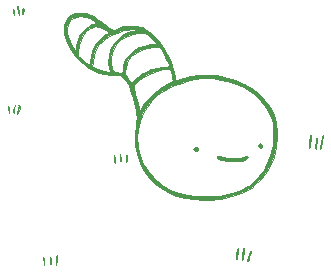
<source format=gbo>
%TF.GenerationSoftware,KiCad,Pcbnew,5.99.0-unknown-3f6811f413~130~ubuntu20.10.1*%
%TF.CreationDate,2021-09-06T21:05:41-07:00*%
%TF.ProjectId,usb_pd,7573625f-7064-42e6-9b69-6361645f7063,rev?*%
%TF.SameCoordinates,Original*%
%TF.FileFunction,Legend,Bot*%
%TF.FilePolarity,Positive*%
%FSLAX46Y46*%
G04 Gerber Fmt 4.6, Leading zero omitted, Abs format (unit mm)*
G04 Created by KiCad (PCBNEW 5.99.0-unknown-3f6811f413~130~ubuntu20.10.1) date 2021-09-06 21:05:41*
%MOMM*%
%LPD*%
G01*
G04 APERTURE LIST*
%ADD10C,0.010000*%
G04 APERTURE END LIST*
D10*
%TO.C,G\u002A\u002A\u002A*%
X97441449Y-128735180D02*
X97390994Y-128840156D01*
X97390994Y-128840156D02*
X97325274Y-129026180D01*
X97325274Y-129026180D02*
X97297498Y-129116178D01*
X97297498Y-129116178D02*
X97223317Y-129385897D01*
X97223317Y-129385897D02*
X97186973Y-129560868D01*
X97186973Y-129560868D02*
X97186167Y-129634941D01*
X97186167Y-129634941D02*
X97218601Y-129601969D01*
X97218601Y-129601969D02*
X97281979Y-129455801D01*
X97281979Y-129455801D02*
X97351202Y-129259899D01*
X97351202Y-129259899D02*
X97418338Y-129033296D01*
X97418338Y-129033296D02*
X97460081Y-128842781D01*
X97460081Y-128842781D02*
X97467475Y-128731967D01*
X97467475Y-128731967D02*
X97441449Y-128735180D01*
X97441449Y-128735180D02*
X97441449Y-128735180D01*
G36*
X97460081Y-128842781D02*
G01*
X97418338Y-129033296D01*
X97351202Y-129259899D01*
X97281979Y-129455801D01*
X97218601Y-129601969D01*
X97186167Y-129634941D01*
X97186973Y-129560868D01*
X97223317Y-129385897D01*
X97297498Y-129116178D01*
X97325274Y-129026180D01*
X97390994Y-128840156D01*
X97441449Y-128735180D01*
X97467475Y-128731967D01*
X97460081Y-128842781D01*
G37*
X97460081Y-128842781D02*
X97418338Y-129033296D01*
X97351202Y-129259899D01*
X97281979Y-129455801D01*
X97218601Y-129601969D01*
X97186167Y-129634941D01*
X97186973Y-129560868D01*
X97223317Y-129385897D01*
X97297498Y-129116178D01*
X97325274Y-129026180D01*
X97390994Y-128840156D01*
X97441449Y-128735180D01*
X97467475Y-128731967D01*
X97460081Y-128842781D01*
X78170029Y-108221844D02*
X78129266Y-108363806D01*
X78129266Y-108363806D02*
X78124335Y-108539344D01*
X78124335Y-108539344D02*
X78143238Y-108664180D01*
X78143238Y-108664180D02*
X78169462Y-108672944D01*
X78169462Y-108672944D02*
X78191756Y-108628032D01*
X78191756Y-108628032D02*
X78225671Y-108480794D01*
X78225671Y-108480794D02*
X78237451Y-108310532D01*
X78237451Y-108310532D02*
X78230128Y-108184298D01*
X78230128Y-108184298D02*
X78204688Y-108170893D01*
X78204688Y-108170893D02*
X78170029Y-108221844D01*
X78170029Y-108221844D02*
X78170029Y-108221844D01*
G36*
X78230128Y-108184298D02*
G01*
X78237451Y-108310532D01*
X78225671Y-108480794D01*
X78191756Y-108628032D01*
X78169462Y-108672944D01*
X78143238Y-108664180D01*
X78124335Y-108539344D01*
X78129266Y-108363806D01*
X78170029Y-108221844D01*
X78204688Y-108170893D01*
X78230128Y-108184298D01*
G37*
X78230128Y-108184298D02*
X78237451Y-108310532D01*
X78225671Y-108480794D01*
X78191756Y-108628032D01*
X78169462Y-108672944D01*
X78143238Y-108664180D01*
X78124335Y-108539344D01*
X78129266Y-108363806D01*
X78170029Y-108221844D01*
X78204688Y-108170893D01*
X78230128Y-108184298D01*
X103557355Y-118930420D02*
X103518802Y-119051535D01*
X103518802Y-119051535D02*
X103473290Y-119239849D01*
X103473290Y-119239849D02*
X103426605Y-119466142D01*
X103426605Y-119466142D02*
X103384537Y-119701193D01*
X103384537Y-119701193D02*
X103352871Y-119915781D01*
X103352871Y-119915781D02*
X103337395Y-120080687D01*
X103337395Y-120080687D02*
X103338176Y-120142601D01*
X103338176Y-120142601D02*
X103355763Y-120150380D01*
X103355763Y-120150380D02*
X103390646Y-120051239D01*
X103390646Y-120051239D02*
X103437589Y-119863238D01*
X103437589Y-119863238D02*
X103485503Y-119634601D01*
X103485503Y-119634601D02*
X103536100Y-119355477D01*
X103536100Y-119355477D02*
X103571122Y-119121375D01*
X103571122Y-119121375D02*
X103586733Y-118960940D01*
X103586733Y-118960940D02*
X103583160Y-118905725D01*
X103583160Y-118905725D02*
X103557355Y-118930420D01*
X103557355Y-118930420D02*
X103557355Y-118930420D01*
G36*
X103586733Y-118960940D02*
G01*
X103571122Y-119121375D01*
X103536100Y-119355477D01*
X103485503Y-119634601D01*
X103437589Y-119863238D01*
X103390646Y-120051239D01*
X103355763Y-120150380D01*
X103338176Y-120142601D01*
X103337395Y-120080687D01*
X103352871Y-119915781D01*
X103384537Y-119701193D01*
X103426605Y-119466142D01*
X103473290Y-119239849D01*
X103518802Y-119051535D01*
X103557355Y-118930420D01*
X103583160Y-118905725D01*
X103586733Y-118960940D01*
G37*
X103586733Y-118960940D02*
X103571122Y-119121375D01*
X103536100Y-119355477D01*
X103485503Y-119634601D01*
X103437589Y-119863238D01*
X103390646Y-120051239D01*
X103355763Y-120150380D01*
X103338176Y-120142601D01*
X103337395Y-120080687D01*
X103352871Y-119915781D01*
X103384537Y-119701193D01*
X103426605Y-119466142D01*
X103473290Y-119239849D01*
X103518802Y-119051535D01*
X103557355Y-118930420D01*
X103583160Y-118905725D01*
X103586733Y-118960940D01*
X85871066Y-120701307D02*
X85871358Y-120777601D01*
X85871358Y-120777601D02*
X85889942Y-120960200D01*
X85889942Y-120960200D02*
X85922881Y-121126851D01*
X85922881Y-121126851D02*
X85971356Y-121317351D01*
X85971356Y-121317351D02*
X85974405Y-121095101D01*
X85974405Y-121095101D02*
X85960995Y-120904020D01*
X85960995Y-120904020D02*
X85924386Y-120749437D01*
X85924386Y-120749437D02*
X85922881Y-120745851D01*
X85922881Y-120745851D02*
X85883336Y-120666485D01*
X85883336Y-120666485D02*
X85871066Y-120701307D01*
X85871066Y-120701307D02*
X85871066Y-120701307D01*
G36*
X85922881Y-120745851D02*
G01*
X85924386Y-120749437D01*
X85960995Y-120904020D01*
X85974405Y-121095101D01*
X85971356Y-121317351D01*
X85922881Y-121126851D01*
X85889942Y-120960200D01*
X85871358Y-120777601D01*
X85871066Y-120701307D01*
X85883336Y-120666485D01*
X85922881Y-120745851D01*
G37*
X85922881Y-120745851D02*
X85924386Y-120749437D01*
X85960995Y-120904020D01*
X85974405Y-121095101D01*
X85971356Y-121317351D01*
X85922881Y-121126851D01*
X85889942Y-120960200D01*
X85871358Y-120777601D01*
X85871066Y-120701307D01*
X85883336Y-120666485D01*
X85922881Y-120745851D01*
X86375857Y-120557170D02*
X86372130Y-120667284D01*
X86372130Y-120667284D02*
X86383364Y-120822533D01*
X86383364Y-120822533D02*
X86406859Y-120982807D01*
X86406859Y-120982807D02*
X86435163Y-121095101D01*
X86435163Y-121095101D02*
X86463425Y-121149562D01*
X86463425Y-121149562D02*
X86470924Y-121086647D01*
X86470924Y-121086647D02*
X86458701Y-120908010D01*
X86458701Y-120908010D02*
X86436161Y-120711336D01*
X86436161Y-120711336D02*
X86411727Y-120572783D01*
X86411727Y-120572783D02*
X86397249Y-120532302D01*
X86397249Y-120532302D02*
X86375857Y-120557170D01*
X86375857Y-120557170D02*
X86375857Y-120557170D01*
G36*
X86411727Y-120572783D02*
G01*
X86436161Y-120711336D01*
X86458701Y-120908010D01*
X86470924Y-121086647D01*
X86463425Y-121149562D01*
X86435163Y-121095101D01*
X86406859Y-120982807D01*
X86383364Y-120822533D01*
X86372130Y-120667284D01*
X86375857Y-120557170D01*
X86397249Y-120532302D01*
X86411727Y-120572783D01*
G37*
X86411727Y-120572783D02*
X86436161Y-120711336D01*
X86458701Y-120908010D01*
X86470924Y-121086647D01*
X86463425Y-121149562D01*
X86435163Y-121095101D01*
X86406859Y-120982807D01*
X86383364Y-120822533D01*
X86372130Y-120667284D01*
X86375857Y-120557170D01*
X86397249Y-120532302D01*
X86411727Y-120572783D01*
X82630929Y-108624097D02*
X82272447Y-108743908D01*
X82272447Y-108743908D02*
X82000821Y-108951516D01*
X82000821Y-108951516D02*
X81808174Y-109253402D01*
X81808174Y-109253402D02*
X81686627Y-109656050D01*
X81686627Y-109656050D02*
X81670184Y-109749068D01*
X81670184Y-109749068D02*
X81639256Y-109994196D01*
X81639256Y-109994196D02*
X81642129Y-110192203D01*
X81642129Y-110192203D02*
X81683775Y-110404104D01*
X81683775Y-110404104D02*
X81739072Y-110594717D01*
X81739072Y-110594717D02*
X82025128Y-111318525D01*
X82025128Y-111318525D02*
X82412298Y-111974228D01*
X82412298Y-111974228D02*
X82892519Y-112552299D01*
X82892519Y-112552299D02*
X83457730Y-113043210D01*
X83457730Y-113043210D02*
X84099868Y-113437432D01*
X84099868Y-113437432D02*
X84176631Y-113475342D01*
X84176631Y-113475342D02*
X84658080Y-113674318D01*
X84658080Y-113674318D02*
X85134621Y-113795780D01*
X85134621Y-113795780D02*
X85655442Y-113850440D01*
X85655442Y-113850440D02*
X85925333Y-113856101D01*
X85925333Y-113856101D02*
X86412459Y-113856101D01*
X86412459Y-113856101D02*
X86731235Y-114193159D01*
X86731235Y-114193159D02*
X86907582Y-114392330D01*
X86907582Y-114392330D02*
X87060283Y-114587061D01*
X87060283Y-114587061D02*
X87154038Y-114731384D01*
X87154038Y-114731384D02*
X87208594Y-114870814D01*
X87208594Y-114870814D02*
X87283033Y-115107768D01*
X87283033Y-115107768D02*
X87370942Y-115416665D01*
X87370942Y-115416665D02*
X87465907Y-115771925D01*
X87465907Y-115771925D02*
X87561515Y-116147967D01*
X87561515Y-116147967D02*
X87651353Y-116519209D01*
X87651353Y-116519209D02*
X87729007Y-116860071D01*
X87729007Y-116860071D02*
X87788064Y-117144971D01*
X87788064Y-117144971D02*
X87822111Y-117348329D01*
X87822111Y-117348329D02*
X87827871Y-117419091D01*
X87827871Y-117419091D02*
X87815804Y-117586646D01*
X87815804Y-117586646D02*
X87783979Y-117829466D01*
X87783979Y-117829466D02*
X87738939Y-118098569D01*
X87738939Y-118098569D02*
X87732621Y-118132061D01*
X87732621Y-118132061D02*
X87633720Y-118965951D01*
X87633720Y-118965951D02*
X87657545Y-119778328D01*
X87657545Y-119778328D02*
X87801526Y-120561261D01*
X87801526Y-120561261D02*
X88063095Y-121306816D01*
X88063095Y-121306816D02*
X88439680Y-122007062D01*
X88439680Y-122007062D02*
X88928713Y-122654066D01*
X88928713Y-122654066D02*
X89330770Y-123065684D01*
X89330770Y-123065684D02*
X89839931Y-123458240D01*
X89839931Y-123458240D02*
X90446191Y-123790788D01*
X90446191Y-123790788D02*
X91132463Y-124058917D01*
X91132463Y-124058917D02*
X91881661Y-124258213D01*
X91881661Y-124258213D02*
X92676699Y-124384266D01*
X92676699Y-124384266D02*
X93500491Y-124432662D01*
X93500491Y-124432662D02*
X94335950Y-124398990D01*
X94335950Y-124398990D02*
X94450443Y-124387733D01*
X94450443Y-124387733D02*
X94978711Y-124310515D01*
X94978711Y-124310515D02*
X95542663Y-124191036D01*
X95542663Y-124191036D02*
X96101488Y-124040288D01*
X96101488Y-124040288D02*
X96614377Y-123869263D01*
X96614377Y-123869263D02*
X97035381Y-123691471D01*
X97035381Y-123691471D02*
X97312029Y-123545807D01*
X97312029Y-123545807D02*
X97546435Y-123393277D01*
X97546435Y-123393277D02*
X97776073Y-123205613D01*
X97776073Y-123205613D02*
X98038419Y-122954544D01*
X98038419Y-122954544D02*
X98114881Y-122877156D01*
X98114881Y-122877156D02*
X98653566Y-122239686D01*
X98653566Y-122239686D02*
X99082773Y-121540615D01*
X99082773Y-121540615D02*
X99399959Y-120786858D01*
X99399959Y-120786858D02*
X99602579Y-119985330D01*
X99602579Y-119985330D02*
X99688088Y-119142946D01*
X99688088Y-119142946D02*
X99687022Y-119050985D01*
X99687022Y-119050985D02*
X99379959Y-119050985D01*
X99379959Y-119050985D02*
X99360341Y-119483776D01*
X99360341Y-119483776D02*
X99320787Y-119871377D01*
X99320787Y-119871377D02*
X99295411Y-120025890D01*
X99295411Y-120025890D02*
X99122670Y-120691542D01*
X99122670Y-120691542D02*
X98871050Y-121329142D01*
X98871050Y-121329142D02*
X98552616Y-121919505D01*
X98552616Y-121919505D02*
X98179435Y-122443444D01*
X98179435Y-122443444D02*
X97763572Y-122881775D01*
X97763572Y-122881775D02*
X97317092Y-123215310D01*
X97317092Y-123215310D02*
X97273565Y-123240824D01*
X97273565Y-123240824D02*
X96442664Y-123644074D01*
X96442664Y-123644074D02*
X95557731Y-123936475D01*
X95557731Y-123936475D02*
X95237730Y-124011489D01*
X95237730Y-124011489D02*
X94816568Y-124077035D01*
X94816568Y-124077035D02*
X94310175Y-124119887D01*
X94310175Y-124119887D02*
X93758361Y-124139565D01*
X93758361Y-124139565D02*
X93200937Y-124135587D01*
X93200937Y-124135587D02*
X92677715Y-124107471D01*
X92677715Y-124107471D02*
X92228504Y-124054736D01*
X92228504Y-124054736D02*
X92190622Y-124048340D01*
X92190622Y-124048340D02*
X91381789Y-123849602D01*
X91381789Y-123849602D02*
X90633839Y-123549224D01*
X90633839Y-123549224D02*
X89955570Y-123153424D01*
X89955570Y-123153424D02*
X89355782Y-122668422D01*
X89355782Y-122668422D02*
X88843272Y-122100434D01*
X88843272Y-122100434D02*
X88426839Y-121455679D01*
X88426839Y-121455679D02*
X88371372Y-121349101D01*
X88371372Y-121349101D02*
X88146493Y-120851644D01*
X88146493Y-120851644D02*
X87998261Y-120388687D01*
X87998261Y-120388687D02*
X87910809Y-119907720D01*
X87910809Y-119907720D02*
X87896468Y-119777322D01*
X87896468Y-119777322D02*
X87882151Y-119106338D01*
X87882151Y-119106338D02*
X87960639Y-118412596D01*
X87960639Y-118412596D02*
X88123923Y-117730067D01*
X88123923Y-117730067D02*
X88363994Y-117092723D01*
X88363994Y-117092723D02*
X88654394Y-116562318D01*
X88654394Y-116562318D02*
X89095861Y-115993209D01*
X89095861Y-115993209D02*
X89623124Y-115503613D01*
X89623124Y-115503613D02*
X90244645Y-115087016D01*
X90244645Y-115087016D02*
X90968891Y-114736903D01*
X90968891Y-114736903D02*
X91088318Y-114689169D01*
X91088318Y-114689169D02*
X91909850Y-114405420D01*
X91909850Y-114405420D02*
X91949603Y-114395851D01*
X91949603Y-114395851D02*
X90869364Y-114395851D01*
X90869364Y-114395851D02*
X90370377Y-114632708D01*
X90370377Y-114632708D02*
X89938522Y-114872478D01*
X89938522Y-114872478D02*
X89508752Y-115173976D01*
X89508752Y-115173976D02*
X89102668Y-115516687D01*
X89102668Y-115516687D02*
X88741870Y-115880099D01*
X88741870Y-115880099D02*
X88447959Y-116243700D01*
X88447959Y-116243700D02*
X88242537Y-116586976D01*
X88242537Y-116586976D02*
X88195836Y-116697726D01*
X88195836Y-116697726D02*
X88122002Y-116856524D01*
X88122002Y-116856524D02*
X88061623Y-116889613D01*
X88061623Y-116889613D02*
X88011771Y-116796553D01*
X88011771Y-116796553D02*
X87983240Y-116665976D01*
X87983240Y-116665976D02*
X87915882Y-116332683D01*
X87915882Y-116332683D02*
X87818607Y-115928330D01*
X87818607Y-115928330D02*
X87703582Y-115501680D01*
X87703582Y-115501680D02*
X87632321Y-115259257D01*
X87632321Y-115259257D02*
X87569948Y-115025957D01*
X87569948Y-115025957D02*
X87556924Y-114849952D01*
X87556924Y-114849952D02*
X87604747Y-114697266D01*
X87604747Y-114697266D02*
X87724914Y-114533924D01*
X87724914Y-114533924D02*
X87928923Y-114325948D01*
X87928923Y-114325948D02*
X87957490Y-114298393D01*
X87957490Y-114298393D02*
X88256497Y-114066555D01*
X88256497Y-114066555D02*
X88648008Y-113844576D01*
X88648008Y-113844576D02*
X89097593Y-113646373D01*
X89097593Y-113646373D02*
X89570819Y-113485863D01*
X89570819Y-113485863D02*
X90033258Y-113376964D01*
X90033258Y-113376964D02*
X90331094Y-113338969D01*
X90331094Y-113338969D02*
X90643557Y-113316351D01*
X90643557Y-113316351D02*
X90717327Y-113602101D01*
X90717327Y-113602101D02*
X90773993Y-113845736D01*
X90773993Y-113845736D02*
X90821990Y-114091510D01*
X90821990Y-114091510D02*
X90830231Y-114141851D01*
X90830231Y-114141851D02*
X90869364Y-114395851D01*
X90869364Y-114395851D02*
X91949603Y-114395851D01*
X91949603Y-114395851D02*
X92678615Y-114220373D01*
X92678615Y-114220373D02*
X93419452Y-114132200D01*
X93419452Y-114132200D02*
X94157200Y-114139072D01*
X94157200Y-114139072D02*
X94916698Y-114239162D01*
X94916698Y-114239162D02*
X95482401Y-114365717D01*
X95482401Y-114365717D02*
X96239073Y-114601230D01*
X96239073Y-114601230D02*
X96898651Y-114896324D01*
X96898651Y-114896324D02*
X97480731Y-115260455D01*
X97480731Y-115260455D02*
X97715350Y-115443324D01*
X97715350Y-115443324D02*
X98165305Y-115870813D01*
X98165305Y-115870813D02*
X98568089Y-116358884D01*
X98568089Y-116358884D02*
X98906028Y-116880316D01*
X98906028Y-116880316D02*
X99161445Y-117407887D01*
X99161445Y-117407887D02*
X99315224Y-117907351D01*
X99315224Y-117907351D02*
X99357799Y-118220184D01*
X99357799Y-118220184D02*
X99379245Y-118615592D01*
X99379245Y-118615592D02*
X99379959Y-119050985D01*
X99379959Y-119050985D02*
X99687022Y-119050985D01*
X99687022Y-119050985D02*
X99682007Y-118618601D01*
X99682007Y-118618601D02*
X99599643Y-117912617D01*
X99599643Y-117912617D02*
X99425497Y-117276214D01*
X99425497Y-117276214D02*
X99150627Y-116689969D01*
X99150627Y-116689969D02*
X98766092Y-116134457D01*
X98766092Y-116134457D02*
X98308050Y-115634101D01*
X98308050Y-115634101D02*
X97639636Y-115066543D01*
X97639636Y-115066543D02*
X96898799Y-114600192D01*
X96898799Y-114600192D02*
X96096974Y-114240870D01*
X96096974Y-114240870D02*
X95245592Y-113994406D01*
X95245592Y-113994406D02*
X94993622Y-113945319D01*
X94993622Y-113945319D02*
X94408738Y-113877357D01*
X94408738Y-113877357D02*
X93761550Y-113860222D01*
X93761550Y-113860222D02*
X93087754Y-113890884D01*
X93087754Y-113890884D02*
X92423045Y-113966315D01*
X92423045Y-113966315D02*
X91803117Y-114083487D01*
X91803117Y-114083487D02*
X91263665Y-114239370D01*
X91263665Y-114239370D02*
X91185288Y-114268439D01*
X91185288Y-114268439D02*
X91118717Y-114269313D01*
X91118717Y-114269313D02*
X91074798Y-114192520D01*
X91074798Y-114192520D02*
X91040244Y-114013994D01*
X91040244Y-114013994D02*
X91038640Y-114002783D01*
X91038640Y-114002783D02*
X90900484Y-113343097D01*
X90900484Y-113343097D02*
X90819132Y-113101168D01*
X90819132Y-113101168D02*
X90556530Y-113101168D01*
X90556530Y-113101168D02*
X90498739Y-113121905D01*
X90498739Y-113121905D02*
X90342638Y-113144422D01*
X90342638Y-113144422D02*
X90116801Y-113165036D01*
X90116801Y-113165036D02*
X90002756Y-113172551D01*
X90002756Y-113172551D02*
X89568425Y-113219806D01*
X89568425Y-113219806D02*
X89198565Y-113312646D01*
X89198565Y-113312646D02*
X89035406Y-113373445D01*
X89035406Y-113373445D02*
X88607585Y-113569294D01*
X88607585Y-113569294D02*
X88218526Y-113787270D01*
X88218526Y-113787270D02*
X87893682Y-114011105D01*
X87893682Y-114011105D02*
X87658508Y-114224530D01*
X87658508Y-114224530D02*
X87607988Y-114285770D01*
X87607988Y-114285770D02*
X87419845Y-114537025D01*
X87419845Y-114537025D02*
X87150127Y-114244188D01*
X87150127Y-114244188D02*
X86997784Y-114053528D01*
X86997784Y-114053528D02*
X86883096Y-113863685D01*
X86883096Y-113863685D02*
X86839920Y-113749465D01*
X86839920Y-113749465D02*
X86831122Y-113496437D01*
X86831122Y-113496437D02*
X86880761Y-113186186D01*
X86880761Y-113186186D02*
X86977697Y-112867734D01*
X86977697Y-112867734D02*
X87098811Y-112610109D01*
X87098811Y-112610109D02*
X87371307Y-112262701D01*
X87371307Y-112262701D02*
X87743081Y-111962874D01*
X87743081Y-111962874D02*
X88191865Y-111721394D01*
X88191865Y-111721394D02*
X88695391Y-111549024D01*
X88695391Y-111549024D02*
X89231390Y-111456531D01*
X89231390Y-111456531D02*
X89511849Y-111443580D01*
X89511849Y-111443580D02*
X89648058Y-111449276D01*
X89648058Y-111449276D02*
X89743382Y-111483140D01*
X89743382Y-111483140D02*
X89827055Y-111569401D01*
X89827055Y-111569401D02*
X89928309Y-111732287D01*
X89928309Y-111732287D02*
X89988099Y-111838293D01*
X89988099Y-111838293D02*
X90096504Y-112043705D01*
X90096504Y-112043705D02*
X90217503Y-112290884D01*
X90217503Y-112290884D02*
X90337507Y-112549643D01*
X90337507Y-112549643D02*
X90442928Y-112789792D01*
X90442928Y-112789792D02*
X90520178Y-112981142D01*
X90520178Y-112981142D02*
X90555669Y-113093506D01*
X90555669Y-113093506D02*
X90556530Y-113101168D01*
X90556530Y-113101168D02*
X90819132Y-113101168D01*
X90819132Y-113101168D02*
X90679622Y-112686289D01*
X90679622Y-112686289D02*
X90387892Y-112050934D01*
X90387892Y-112050934D02*
X90037135Y-111455606D01*
X90037135Y-111455606D02*
X89857785Y-111213706D01*
X89857785Y-111213706D02*
X89478881Y-111213706D01*
X89478881Y-111213706D02*
X89420549Y-111227436D01*
X89420549Y-111227436D02*
X89265776Y-111245329D01*
X89265776Y-111245329D02*
X89044902Y-111264036D01*
X89044902Y-111264036D02*
X88982849Y-111268452D01*
X88982849Y-111268452D02*
X88659601Y-111304153D01*
X88659601Y-111304153D02*
X88391724Y-111372844D01*
X88391724Y-111372844D02*
X88108316Y-111493929D01*
X88108316Y-111493929D02*
X88046224Y-111524781D01*
X88046224Y-111524781D02*
X87526032Y-111839512D01*
X87526032Y-111839512D02*
X87124604Y-112198902D01*
X87124604Y-112198902D02*
X86841700Y-112603258D01*
X86841700Y-112603258D02*
X86677078Y-113052885D01*
X86677078Y-113052885D02*
X86636623Y-113322615D01*
X86636623Y-113322615D02*
X86615466Y-113541046D01*
X86615466Y-113541046D02*
X86588767Y-113658764D01*
X86588767Y-113658764D02*
X86544857Y-113701911D01*
X86544857Y-113701911D02*
X86472067Y-113696626D01*
X86472067Y-113696626D02*
X86469889Y-113696125D01*
X86469889Y-113696125D02*
X86318290Y-113663174D01*
X86318290Y-113663174D02*
X86120836Y-113622714D01*
X86120836Y-113622714D02*
X86089579Y-113616512D01*
X86089579Y-113616512D02*
X85938768Y-113574756D01*
X85938768Y-113574756D02*
X85841762Y-113500586D01*
X85841762Y-113500586D02*
X85762198Y-113358289D01*
X85762198Y-113358289D02*
X85718080Y-113251659D01*
X85718080Y-113251659D02*
X85625630Y-112855740D01*
X85625630Y-112855740D02*
X85635208Y-112424159D01*
X85635208Y-112424159D02*
X85737303Y-111981987D01*
X85737303Y-111981987D02*
X85922406Y-111554295D01*
X85922406Y-111554295D02*
X86181007Y-111166154D01*
X86181007Y-111166154D02*
X86503597Y-110842633D01*
X86503597Y-110842633D02*
X86679574Y-110716905D01*
X86679574Y-110716905D02*
X87040078Y-110531884D01*
X87040078Y-110531884D02*
X87462671Y-110378744D01*
X87462671Y-110378744D02*
X87882784Y-110280048D01*
X87882784Y-110280048D02*
X87962384Y-110268633D01*
X87962384Y-110268633D02*
X88247108Y-110260804D01*
X88247108Y-110260804D02*
X88501191Y-110322839D01*
X88501191Y-110322839D02*
X88750830Y-110467275D01*
X88750830Y-110467275D02*
X89022224Y-110706654D01*
X89022224Y-110706654D02*
X89145866Y-110835155D01*
X89145866Y-110835155D02*
X89303712Y-111007246D01*
X89303712Y-111007246D02*
X89421104Y-111139985D01*
X89421104Y-111139985D02*
X89476948Y-111209393D01*
X89476948Y-111209393D02*
X89478881Y-111213706D01*
X89478881Y-111213706D02*
X89857785Y-111213706D01*
X89857785Y-111213706D02*
X89639191Y-110918877D01*
X89639191Y-110918877D02*
X89205899Y-110459321D01*
X89205899Y-110459321D02*
X88749099Y-110095512D01*
X88749099Y-110095512D02*
X88635563Y-110030096D01*
X88635563Y-110030096D02*
X87677630Y-110030096D01*
X87677630Y-110030096D02*
X87673680Y-110038741D01*
X87673680Y-110038741D02*
X87579756Y-110098609D01*
X87579756Y-110098609D02*
X87507919Y-110109601D01*
X87507919Y-110109601D02*
X87314539Y-110145619D01*
X87314539Y-110145619D02*
X87053663Y-110244008D01*
X87053663Y-110244008D02*
X86758885Y-110390264D01*
X86758885Y-110390264D02*
X86505035Y-110542515D01*
X86505035Y-110542515D02*
X86110100Y-110873098D01*
X86110100Y-110873098D02*
X85795855Y-111284069D01*
X85795855Y-111284069D02*
X85570707Y-111752495D01*
X85570707Y-111752495D02*
X85443062Y-112255440D01*
X85443062Y-112255440D02*
X85421327Y-112769972D01*
X85421327Y-112769972D02*
X85509444Y-113258633D01*
X85509444Y-113258633D02*
X85563185Y-113438202D01*
X85563185Y-113438202D02*
X85597767Y-113558381D01*
X85597767Y-113558381D02*
X85604694Y-113586226D01*
X85604694Y-113586226D02*
X85558342Y-113600878D01*
X85558342Y-113600878D02*
X85410757Y-113584898D01*
X85410757Y-113584898D02*
X85152988Y-113537115D01*
X85152988Y-113537115D02*
X85024739Y-113510473D01*
X85024739Y-113510473D02*
X84756138Y-113440921D01*
X84756138Y-113440921D02*
X84493376Y-113352533D01*
X84493376Y-113352533D02*
X84333385Y-113283582D01*
X84333385Y-113283582D02*
X84063925Y-113146114D01*
X84063925Y-113146114D02*
X84099726Y-112719078D01*
X84099726Y-112719078D02*
X84197971Y-112147589D01*
X84197971Y-112147589D02*
X84387507Y-111636280D01*
X84387507Y-111636280D02*
X84660600Y-111199907D01*
X84660600Y-111199907D02*
X85009519Y-110853226D01*
X85009519Y-110853226D02*
X85118439Y-110775108D01*
X85118439Y-110775108D02*
X85476689Y-110567835D01*
X85476689Y-110567835D02*
X85896667Y-110373159D01*
X85896667Y-110373159D02*
X86129162Y-110285041D01*
X86129162Y-110285041D02*
X85502840Y-110285041D01*
X85502840Y-110285041D02*
X85245090Y-110416536D01*
X85245090Y-110416536D02*
X84877920Y-110647355D01*
X84877920Y-110647355D02*
X84568579Y-110945401D01*
X84568579Y-110945401D02*
X84322370Y-111280434D01*
X84322370Y-111280434D02*
X84059709Y-111781655D01*
X84059709Y-111781655D02*
X83916090Y-112296404D01*
X83916090Y-112296404D02*
X83882621Y-112664314D01*
X83882621Y-112664314D02*
X83874238Y-113027949D01*
X83874238Y-113027949D02*
X83699796Y-112924904D01*
X83699796Y-112924904D02*
X83561625Y-112829267D01*
X83561625Y-112829267D02*
X83372876Y-112681182D01*
X83372876Y-112681182D02*
X83191500Y-112527513D01*
X83191500Y-112527513D02*
X82857646Y-112233168D01*
X82857646Y-112233168D02*
X82866665Y-111822259D01*
X82866665Y-111822259D02*
X82922114Y-111322114D01*
X82922114Y-111322114D02*
X83058564Y-110864081D01*
X83058564Y-110864081D02*
X83265151Y-110463675D01*
X83265151Y-110463675D02*
X83531011Y-110136407D01*
X83531011Y-110136407D02*
X83845281Y-109897790D01*
X83845281Y-109897790D02*
X84197095Y-109763337D01*
X84197095Y-109763337D02*
X84321979Y-109744238D01*
X84321979Y-109744238D02*
X84618809Y-109751246D01*
X84618809Y-109751246D02*
X84896775Y-109841732D01*
X84896775Y-109841732D02*
X85189739Y-110028350D01*
X85189739Y-110028350D02*
X85284236Y-110103829D01*
X85284236Y-110103829D02*
X85502840Y-110285041D01*
X85502840Y-110285041D02*
X86129162Y-110285041D01*
X86129162Y-110285041D02*
X86340110Y-110205090D01*
X86340110Y-110205090D02*
X86768754Y-110077634D01*
X86768754Y-110077634D02*
X87144336Y-110004799D01*
X87144336Y-110004799D02*
X87248802Y-109995214D01*
X87248802Y-109995214D02*
X87502499Y-109986477D01*
X87502499Y-109986477D02*
X87641732Y-109997724D01*
X87641732Y-109997724D02*
X87677630Y-110030096D01*
X87677630Y-110030096D02*
X88635563Y-110030096D01*
X88635563Y-110030096D02*
X88431131Y-109912310D01*
X88431131Y-109912310D02*
X88221391Y-109814651D01*
X88221391Y-109814651D02*
X88051369Y-109752004D01*
X88051369Y-109752004D02*
X87881154Y-109716646D01*
X87881154Y-109716646D02*
X87670840Y-109700853D01*
X87670840Y-109700853D02*
X87380516Y-109696901D01*
X87380516Y-109696901D02*
X87317881Y-109696851D01*
X87317881Y-109696851D02*
X87007398Y-109699729D01*
X87007398Y-109699729D02*
X86785390Y-109713089D01*
X86785390Y-109713089D02*
X86613375Y-109744013D01*
X86613375Y-109744013D02*
X86452873Y-109799584D01*
X86452873Y-109799584D02*
X86265403Y-109886888D01*
X86265403Y-109886888D02*
X86253444Y-109892801D01*
X86253444Y-109892801D02*
X86107218Y-109967082D01*
X86107218Y-109967082D02*
X85993807Y-110017964D01*
X85993807Y-110017964D02*
X85894402Y-110038434D01*
X85894402Y-110038434D02*
X85790195Y-110021482D01*
X85790195Y-110021482D02*
X85662378Y-109960095D01*
X85662378Y-109960095D02*
X85492144Y-109847261D01*
X85492144Y-109847261D02*
X85260683Y-109675969D01*
X85260683Y-109675969D02*
X84973053Y-109457344D01*
X84973053Y-109457344D02*
X84416164Y-109457344D01*
X84416164Y-109457344D02*
X84069373Y-109566424D01*
X84069373Y-109566424D02*
X83670554Y-109755850D01*
X83670554Y-109755850D02*
X83322124Y-110047063D01*
X83322124Y-110047063D02*
X83037091Y-110420472D01*
X83037091Y-110420472D02*
X82828466Y-110856487D01*
X82828466Y-110856487D02*
X82709259Y-111335520D01*
X82709259Y-111335520D02*
X82685934Y-111649476D01*
X82685934Y-111649476D02*
X82672621Y-111802617D01*
X82672621Y-111802617D02*
X82641561Y-111883719D01*
X82641561Y-111883719D02*
X82632145Y-111887601D01*
X82632145Y-111887601D02*
X82581622Y-111834693D01*
X82581622Y-111834693D02*
X82493503Y-111694077D01*
X82493503Y-111694077D02*
X82384363Y-111492910D01*
X82384363Y-111492910D02*
X82351198Y-111427226D01*
X82351198Y-111427226D02*
X82151477Y-110997907D01*
X82151477Y-110997907D02*
X82020006Y-110643123D01*
X82020006Y-110643123D02*
X81949309Y-110335457D01*
X81949309Y-110335457D02*
X81931911Y-110047487D01*
X81931911Y-110047487D02*
X81939473Y-109917083D01*
X81939473Y-109917083D02*
X82018779Y-109519361D01*
X82018779Y-109519361D02*
X82177398Y-109220235D01*
X82177398Y-109220235D02*
X82418242Y-109016853D01*
X82418242Y-109016853D02*
X82744225Y-108906362D01*
X82744225Y-108906362D02*
X82995065Y-108883153D01*
X82995065Y-108883153D02*
X83481553Y-108924418D01*
X83481553Y-108924418D02*
X83898683Y-109068539D01*
X83898683Y-109068539D02*
X84169398Y-109248553D01*
X84169398Y-109248553D02*
X84416164Y-109457344D01*
X84416164Y-109457344D02*
X84973053Y-109457344D01*
X84973053Y-109457344D02*
X84949189Y-109439206D01*
X84949189Y-109439206D02*
X84864607Y-109375025D01*
X84864607Y-109375025D02*
X84492039Y-109098726D01*
X84492039Y-109098726D02*
X84192219Y-108894512D01*
X84192219Y-108894512D02*
X83941427Y-108751868D01*
X83941427Y-108751868D02*
X83715944Y-108660278D01*
X83715944Y-108660278D02*
X83492052Y-108609224D01*
X83492052Y-108609224D02*
X83246031Y-108588189D01*
X83246031Y-108588189D02*
X83084145Y-108585601D01*
X83084145Y-108585601D02*
X82630929Y-108624097D01*
X82630929Y-108624097D02*
X82630929Y-108624097D01*
G36*
X89205899Y-110459321D02*
G01*
X89639191Y-110918877D01*
X89857785Y-111213706D01*
X90037135Y-111455606D01*
X90387892Y-112050934D01*
X90679622Y-112686289D01*
X90819132Y-113101168D01*
X90900484Y-113343097D01*
X91038640Y-114002783D01*
X91040244Y-114013994D01*
X91074798Y-114192520D01*
X91118717Y-114269313D01*
X91185288Y-114268439D01*
X91263665Y-114239370D01*
X91803117Y-114083487D01*
X92423045Y-113966315D01*
X93087754Y-113890884D01*
X93761550Y-113860222D01*
X94408738Y-113877357D01*
X94993622Y-113945319D01*
X95245592Y-113994406D01*
X96096974Y-114240870D01*
X96898799Y-114600192D01*
X97639636Y-115066543D01*
X98308050Y-115634101D01*
X98766092Y-116134457D01*
X99150627Y-116689969D01*
X99425497Y-117276214D01*
X99599643Y-117912617D01*
X99682007Y-118618601D01*
X99687022Y-119050985D01*
X99688088Y-119142946D01*
X99602579Y-119985330D01*
X99399959Y-120786858D01*
X99082773Y-121540615D01*
X98653566Y-122239686D01*
X98114881Y-122877156D01*
X98038419Y-122954544D01*
X97776073Y-123205613D01*
X97546435Y-123393277D01*
X97312029Y-123545807D01*
X97035381Y-123691471D01*
X96614377Y-123869263D01*
X96101488Y-124040288D01*
X95542663Y-124191036D01*
X94978711Y-124310515D01*
X94450443Y-124387733D01*
X94335950Y-124398990D01*
X93500491Y-124432662D01*
X92676699Y-124384266D01*
X91881661Y-124258213D01*
X91132463Y-124058917D01*
X90446191Y-123790788D01*
X89839931Y-123458240D01*
X89330770Y-123065684D01*
X88928713Y-122654066D01*
X88439680Y-122007062D01*
X88063095Y-121306816D01*
X87801526Y-120561261D01*
X87657545Y-119778328D01*
X87637837Y-119106338D01*
X87882151Y-119106338D01*
X87896468Y-119777322D01*
X87910809Y-119907720D01*
X87998261Y-120388687D01*
X88146493Y-120851644D01*
X88371372Y-121349101D01*
X88426839Y-121455679D01*
X88843272Y-122100434D01*
X89355782Y-122668422D01*
X89955570Y-123153424D01*
X90633839Y-123549224D01*
X91381789Y-123849602D01*
X92190622Y-124048340D01*
X92228504Y-124054736D01*
X92677715Y-124107471D01*
X93200937Y-124135587D01*
X93758361Y-124139565D01*
X94310175Y-124119887D01*
X94816568Y-124077035D01*
X95237730Y-124011489D01*
X95557731Y-123936475D01*
X96442664Y-123644074D01*
X97273565Y-123240824D01*
X97317092Y-123215310D01*
X97763572Y-122881775D01*
X98179435Y-122443444D01*
X98552616Y-121919505D01*
X98871050Y-121329142D01*
X99122670Y-120691542D01*
X99295411Y-120025890D01*
X99320787Y-119871377D01*
X99360341Y-119483776D01*
X99379959Y-119050985D01*
X99379245Y-118615592D01*
X99357799Y-118220184D01*
X99315224Y-117907351D01*
X99161445Y-117407887D01*
X98906028Y-116880316D01*
X98568089Y-116358884D01*
X98165305Y-115870813D01*
X97715350Y-115443324D01*
X97480731Y-115260455D01*
X96898651Y-114896324D01*
X96239073Y-114601230D01*
X95482401Y-114365717D01*
X94916698Y-114239162D01*
X94157200Y-114139072D01*
X93419452Y-114132200D01*
X92678615Y-114220373D01*
X91949603Y-114395851D01*
X91909850Y-114405420D01*
X91088318Y-114689169D01*
X90968891Y-114736903D01*
X90244645Y-115087016D01*
X89623124Y-115503613D01*
X89095861Y-115993209D01*
X88654394Y-116562318D01*
X88363994Y-117092723D01*
X88123923Y-117730067D01*
X87960639Y-118412596D01*
X87882151Y-119106338D01*
X87637837Y-119106338D01*
X87633720Y-118965951D01*
X87732621Y-118132061D01*
X87738939Y-118098569D01*
X87783979Y-117829466D01*
X87815804Y-117586646D01*
X87827871Y-117419091D01*
X87822111Y-117348329D01*
X87788064Y-117144971D01*
X87729007Y-116860071D01*
X87651353Y-116519209D01*
X87561515Y-116147967D01*
X87465907Y-115771925D01*
X87370942Y-115416665D01*
X87283033Y-115107768D01*
X87208594Y-114870814D01*
X87200431Y-114849952D01*
X87556924Y-114849952D01*
X87569948Y-115025957D01*
X87632321Y-115259257D01*
X87703582Y-115501680D01*
X87818607Y-115928330D01*
X87915882Y-116332683D01*
X87983240Y-116665976D01*
X88011771Y-116796553D01*
X88061623Y-116889613D01*
X88122002Y-116856524D01*
X88195836Y-116697726D01*
X88242537Y-116586976D01*
X88447959Y-116243700D01*
X88741870Y-115880099D01*
X89102668Y-115516687D01*
X89508752Y-115173976D01*
X89938522Y-114872478D01*
X90370377Y-114632708D01*
X90869364Y-114395851D01*
X90830231Y-114141851D01*
X90821990Y-114091510D01*
X90773993Y-113845736D01*
X90717327Y-113602101D01*
X90643557Y-113316351D01*
X90331094Y-113338969D01*
X90033258Y-113376964D01*
X89570819Y-113485863D01*
X89097593Y-113646373D01*
X88648008Y-113844576D01*
X88256497Y-114066555D01*
X87957490Y-114298393D01*
X87928923Y-114325948D01*
X87724914Y-114533924D01*
X87604747Y-114697266D01*
X87556924Y-114849952D01*
X87200431Y-114849952D01*
X87154038Y-114731384D01*
X87060283Y-114587061D01*
X86907582Y-114392330D01*
X86731235Y-114193159D01*
X86412459Y-113856101D01*
X85925333Y-113856101D01*
X85655442Y-113850440D01*
X85134621Y-113795780D01*
X84658080Y-113674318D01*
X84176631Y-113475342D01*
X84099868Y-113437432D01*
X83625348Y-113146114D01*
X84063925Y-113146114D01*
X84333385Y-113283582D01*
X84493376Y-113352533D01*
X84756138Y-113440921D01*
X85024739Y-113510473D01*
X85152988Y-113537115D01*
X85410757Y-113584898D01*
X85558342Y-113600878D01*
X85604694Y-113586226D01*
X85597767Y-113558381D01*
X85563185Y-113438202D01*
X85509444Y-113258633D01*
X85436793Y-112855740D01*
X85625630Y-112855740D01*
X85718080Y-113251659D01*
X85762198Y-113358289D01*
X85841762Y-113500586D01*
X85938768Y-113574756D01*
X86089579Y-113616512D01*
X86120836Y-113622714D01*
X86318290Y-113663174D01*
X86469889Y-113696125D01*
X86472067Y-113696626D01*
X86544857Y-113701911D01*
X86588767Y-113658764D01*
X86615466Y-113541046D01*
X86619787Y-113496437D01*
X86831122Y-113496437D01*
X86839920Y-113749465D01*
X86883096Y-113863685D01*
X86997784Y-114053528D01*
X87150127Y-114244188D01*
X87419845Y-114537025D01*
X87607988Y-114285770D01*
X87658508Y-114224530D01*
X87893682Y-114011105D01*
X88218526Y-113787270D01*
X88607585Y-113569294D01*
X89035406Y-113373445D01*
X89198565Y-113312646D01*
X89568425Y-113219806D01*
X90002756Y-113172551D01*
X90116801Y-113165036D01*
X90342638Y-113144422D01*
X90498739Y-113121905D01*
X90556530Y-113101168D01*
X90555669Y-113093506D01*
X90520178Y-112981142D01*
X90442928Y-112789792D01*
X90337507Y-112549643D01*
X90217503Y-112290884D01*
X90096504Y-112043705D01*
X89988099Y-111838293D01*
X89928309Y-111732287D01*
X89827055Y-111569401D01*
X89743382Y-111483140D01*
X89648058Y-111449276D01*
X89511849Y-111443580D01*
X89231390Y-111456531D01*
X88695391Y-111549024D01*
X88191865Y-111721394D01*
X87743081Y-111962874D01*
X87371307Y-112262701D01*
X87098811Y-112610109D01*
X86977697Y-112867734D01*
X86880761Y-113186186D01*
X86831122Y-113496437D01*
X86619787Y-113496437D01*
X86636623Y-113322615D01*
X86677078Y-113052885D01*
X86841700Y-112603258D01*
X87124604Y-112198902D01*
X87526032Y-111839512D01*
X88046224Y-111524781D01*
X88108316Y-111493929D01*
X88391724Y-111372844D01*
X88659601Y-111304153D01*
X88982849Y-111268452D01*
X89044902Y-111264036D01*
X89265776Y-111245329D01*
X89420549Y-111227436D01*
X89478881Y-111213706D01*
X89476948Y-111209393D01*
X89421104Y-111139985D01*
X89303712Y-111007246D01*
X89145866Y-110835155D01*
X89022224Y-110706654D01*
X88750830Y-110467275D01*
X88501191Y-110322839D01*
X88247108Y-110260804D01*
X87962384Y-110268633D01*
X87882784Y-110280048D01*
X87462671Y-110378744D01*
X87040078Y-110531884D01*
X86679574Y-110716905D01*
X86503597Y-110842633D01*
X86181007Y-111166154D01*
X85922406Y-111554295D01*
X85737303Y-111981987D01*
X85635208Y-112424159D01*
X85625630Y-112855740D01*
X85436793Y-112855740D01*
X85421327Y-112769972D01*
X85443062Y-112255440D01*
X85570707Y-111752495D01*
X85795855Y-111284069D01*
X86110100Y-110873098D01*
X86505035Y-110542515D01*
X86758885Y-110390264D01*
X87053663Y-110244008D01*
X87314539Y-110145619D01*
X87507919Y-110109601D01*
X87579756Y-110098609D01*
X87673680Y-110038741D01*
X87677630Y-110030096D01*
X87641732Y-109997724D01*
X87502499Y-109986477D01*
X87248802Y-109995214D01*
X87144336Y-110004799D01*
X86768754Y-110077634D01*
X86340110Y-110205090D01*
X86129162Y-110285041D01*
X85896667Y-110373159D01*
X85476689Y-110567835D01*
X85118439Y-110775108D01*
X85009519Y-110853226D01*
X84660600Y-111199907D01*
X84387507Y-111636280D01*
X84197971Y-112147589D01*
X84099726Y-112719078D01*
X84063925Y-113146114D01*
X83625348Y-113146114D01*
X83457730Y-113043210D01*
X82892519Y-112552299D01*
X82627407Y-112233168D01*
X82857646Y-112233168D01*
X83191500Y-112527513D01*
X83372876Y-112681182D01*
X83561625Y-112829267D01*
X83699796Y-112924904D01*
X83874238Y-113027949D01*
X83882621Y-112664314D01*
X83916090Y-112296404D01*
X84059709Y-111781655D01*
X84322370Y-111280434D01*
X84568579Y-110945401D01*
X84877920Y-110647355D01*
X85245090Y-110416536D01*
X85502840Y-110285041D01*
X85284236Y-110103829D01*
X85189739Y-110028350D01*
X84896775Y-109841732D01*
X84618809Y-109751246D01*
X84321979Y-109744238D01*
X84197095Y-109763337D01*
X83845281Y-109897790D01*
X83531011Y-110136407D01*
X83265151Y-110463675D01*
X83058564Y-110864081D01*
X82922114Y-111322114D01*
X82866665Y-111822259D01*
X82857646Y-112233168D01*
X82627407Y-112233168D01*
X82412298Y-111974228D01*
X82025128Y-111318525D01*
X81739072Y-110594717D01*
X81683775Y-110404104D01*
X81642129Y-110192203D01*
X81640029Y-110047487D01*
X81931911Y-110047487D01*
X81949309Y-110335457D01*
X82020006Y-110643123D01*
X82151477Y-110997907D01*
X82351198Y-111427226D01*
X82384363Y-111492910D01*
X82493503Y-111694077D01*
X82581622Y-111834693D01*
X82632145Y-111887601D01*
X82641561Y-111883719D01*
X82672621Y-111802617D01*
X82685934Y-111649476D01*
X82709259Y-111335520D01*
X82828466Y-110856487D01*
X83037091Y-110420472D01*
X83322124Y-110047063D01*
X83670554Y-109755850D01*
X84069373Y-109566424D01*
X84416164Y-109457344D01*
X84169398Y-109248553D01*
X83898683Y-109068539D01*
X83481553Y-108924418D01*
X82995065Y-108883153D01*
X82744225Y-108906362D01*
X82418242Y-109016853D01*
X82177398Y-109220235D01*
X82018779Y-109519361D01*
X81939473Y-109917083D01*
X81931911Y-110047487D01*
X81640029Y-110047487D01*
X81639256Y-109994196D01*
X81670184Y-109749068D01*
X81686627Y-109656050D01*
X81808174Y-109253402D01*
X82000821Y-108951516D01*
X82272447Y-108743908D01*
X82630929Y-108624097D01*
X83084145Y-108585601D01*
X83246031Y-108588189D01*
X83492052Y-108609224D01*
X83715944Y-108660278D01*
X83941427Y-108751868D01*
X84192219Y-108894512D01*
X84492039Y-109098726D01*
X84864607Y-109375025D01*
X84949189Y-109439206D01*
X84973053Y-109457344D01*
X85260683Y-109675969D01*
X85492144Y-109847261D01*
X85662378Y-109960095D01*
X85790195Y-110021482D01*
X85894402Y-110038434D01*
X85993807Y-110017964D01*
X86107218Y-109967082D01*
X86253444Y-109892801D01*
X86265403Y-109886888D01*
X86452873Y-109799584D01*
X86613375Y-109744013D01*
X86785390Y-109713089D01*
X87007398Y-109699729D01*
X87317881Y-109696851D01*
X87380516Y-109696901D01*
X87670840Y-109700853D01*
X87881154Y-109716646D01*
X88051369Y-109752004D01*
X88221391Y-109814651D01*
X88431131Y-109912310D01*
X88635563Y-110030096D01*
X88749099Y-110095512D01*
X89205899Y-110459321D01*
G37*
X89205899Y-110459321D02*
X89639191Y-110918877D01*
X89857785Y-111213706D01*
X90037135Y-111455606D01*
X90387892Y-112050934D01*
X90679622Y-112686289D01*
X90819132Y-113101168D01*
X90900484Y-113343097D01*
X91038640Y-114002783D01*
X91040244Y-114013994D01*
X91074798Y-114192520D01*
X91118717Y-114269313D01*
X91185288Y-114268439D01*
X91263665Y-114239370D01*
X91803117Y-114083487D01*
X92423045Y-113966315D01*
X93087754Y-113890884D01*
X93761550Y-113860222D01*
X94408738Y-113877357D01*
X94993622Y-113945319D01*
X95245592Y-113994406D01*
X96096974Y-114240870D01*
X96898799Y-114600192D01*
X97639636Y-115066543D01*
X98308050Y-115634101D01*
X98766092Y-116134457D01*
X99150627Y-116689969D01*
X99425497Y-117276214D01*
X99599643Y-117912617D01*
X99682007Y-118618601D01*
X99687022Y-119050985D01*
X99688088Y-119142946D01*
X99602579Y-119985330D01*
X99399959Y-120786858D01*
X99082773Y-121540615D01*
X98653566Y-122239686D01*
X98114881Y-122877156D01*
X98038419Y-122954544D01*
X97776073Y-123205613D01*
X97546435Y-123393277D01*
X97312029Y-123545807D01*
X97035381Y-123691471D01*
X96614377Y-123869263D01*
X96101488Y-124040288D01*
X95542663Y-124191036D01*
X94978711Y-124310515D01*
X94450443Y-124387733D01*
X94335950Y-124398990D01*
X93500491Y-124432662D01*
X92676699Y-124384266D01*
X91881661Y-124258213D01*
X91132463Y-124058917D01*
X90446191Y-123790788D01*
X89839931Y-123458240D01*
X89330770Y-123065684D01*
X88928713Y-122654066D01*
X88439680Y-122007062D01*
X88063095Y-121306816D01*
X87801526Y-120561261D01*
X87657545Y-119778328D01*
X87637837Y-119106338D01*
X87882151Y-119106338D01*
X87896468Y-119777322D01*
X87910809Y-119907720D01*
X87998261Y-120388687D01*
X88146493Y-120851644D01*
X88371372Y-121349101D01*
X88426839Y-121455679D01*
X88843272Y-122100434D01*
X89355782Y-122668422D01*
X89955570Y-123153424D01*
X90633839Y-123549224D01*
X91381789Y-123849602D01*
X92190622Y-124048340D01*
X92228504Y-124054736D01*
X92677715Y-124107471D01*
X93200937Y-124135587D01*
X93758361Y-124139565D01*
X94310175Y-124119887D01*
X94816568Y-124077035D01*
X95237730Y-124011489D01*
X95557731Y-123936475D01*
X96442664Y-123644074D01*
X97273565Y-123240824D01*
X97317092Y-123215310D01*
X97763572Y-122881775D01*
X98179435Y-122443444D01*
X98552616Y-121919505D01*
X98871050Y-121329142D01*
X99122670Y-120691542D01*
X99295411Y-120025890D01*
X99320787Y-119871377D01*
X99360341Y-119483776D01*
X99379959Y-119050985D01*
X99379245Y-118615592D01*
X99357799Y-118220184D01*
X99315224Y-117907351D01*
X99161445Y-117407887D01*
X98906028Y-116880316D01*
X98568089Y-116358884D01*
X98165305Y-115870813D01*
X97715350Y-115443324D01*
X97480731Y-115260455D01*
X96898651Y-114896324D01*
X96239073Y-114601230D01*
X95482401Y-114365717D01*
X94916698Y-114239162D01*
X94157200Y-114139072D01*
X93419452Y-114132200D01*
X92678615Y-114220373D01*
X91949603Y-114395851D01*
X91909850Y-114405420D01*
X91088318Y-114689169D01*
X90968891Y-114736903D01*
X90244645Y-115087016D01*
X89623124Y-115503613D01*
X89095861Y-115993209D01*
X88654394Y-116562318D01*
X88363994Y-117092723D01*
X88123923Y-117730067D01*
X87960639Y-118412596D01*
X87882151Y-119106338D01*
X87637837Y-119106338D01*
X87633720Y-118965951D01*
X87732621Y-118132061D01*
X87738939Y-118098569D01*
X87783979Y-117829466D01*
X87815804Y-117586646D01*
X87827871Y-117419091D01*
X87822111Y-117348329D01*
X87788064Y-117144971D01*
X87729007Y-116860071D01*
X87651353Y-116519209D01*
X87561515Y-116147967D01*
X87465907Y-115771925D01*
X87370942Y-115416665D01*
X87283033Y-115107768D01*
X87208594Y-114870814D01*
X87200431Y-114849952D01*
X87556924Y-114849952D01*
X87569948Y-115025957D01*
X87632321Y-115259257D01*
X87703582Y-115501680D01*
X87818607Y-115928330D01*
X87915882Y-116332683D01*
X87983240Y-116665976D01*
X88011771Y-116796553D01*
X88061623Y-116889613D01*
X88122002Y-116856524D01*
X88195836Y-116697726D01*
X88242537Y-116586976D01*
X88447959Y-116243700D01*
X88741870Y-115880099D01*
X89102668Y-115516687D01*
X89508752Y-115173976D01*
X89938522Y-114872478D01*
X90370377Y-114632708D01*
X90869364Y-114395851D01*
X90830231Y-114141851D01*
X90821990Y-114091510D01*
X90773993Y-113845736D01*
X90717327Y-113602101D01*
X90643557Y-113316351D01*
X90331094Y-113338969D01*
X90033258Y-113376964D01*
X89570819Y-113485863D01*
X89097593Y-113646373D01*
X88648008Y-113844576D01*
X88256497Y-114066555D01*
X87957490Y-114298393D01*
X87928923Y-114325948D01*
X87724914Y-114533924D01*
X87604747Y-114697266D01*
X87556924Y-114849952D01*
X87200431Y-114849952D01*
X87154038Y-114731384D01*
X87060283Y-114587061D01*
X86907582Y-114392330D01*
X86731235Y-114193159D01*
X86412459Y-113856101D01*
X85925333Y-113856101D01*
X85655442Y-113850440D01*
X85134621Y-113795780D01*
X84658080Y-113674318D01*
X84176631Y-113475342D01*
X84099868Y-113437432D01*
X83625348Y-113146114D01*
X84063925Y-113146114D01*
X84333385Y-113283582D01*
X84493376Y-113352533D01*
X84756138Y-113440921D01*
X85024739Y-113510473D01*
X85152988Y-113537115D01*
X85410757Y-113584898D01*
X85558342Y-113600878D01*
X85604694Y-113586226D01*
X85597767Y-113558381D01*
X85563185Y-113438202D01*
X85509444Y-113258633D01*
X85436793Y-112855740D01*
X85625630Y-112855740D01*
X85718080Y-113251659D01*
X85762198Y-113358289D01*
X85841762Y-113500586D01*
X85938768Y-113574756D01*
X86089579Y-113616512D01*
X86120836Y-113622714D01*
X86318290Y-113663174D01*
X86469889Y-113696125D01*
X86472067Y-113696626D01*
X86544857Y-113701911D01*
X86588767Y-113658764D01*
X86615466Y-113541046D01*
X86619787Y-113496437D01*
X86831122Y-113496437D01*
X86839920Y-113749465D01*
X86883096Y-113863685D01*
X86997784Y-114053528D01*
X87150127Y-114244188D01*
X87419845Y-114537025D01*
X87607988Y-114285770D01*
X87658508Y-114224530D01*
X87893682Y-114011105D01*
X88218526Y-113787270D01*
X88607585Y-113569294D01*
X89035406Y-113373445D01*
X89198565Y-113312646D01*
X89568425Y-113219806D01*
X90002756Y-113172551D01*
X90116801Y-113165036D01*
X90342638Y-113144422D01*
X90498739Y-113121905D01*
X90556530Y-113101168D01*
X90555669Y-113093506D01*
X90520178Y-112981142D01*
X90442928Y-112789792D01*
X90337507Y-112549643D01*
X90217503Y-112290884D01*
X90096504Y-112043705D01*
X89988099Y-111838293D01*
X89928309Y-111732287D01*
X89827055Y-111569401D01*
X89743382Y-111483140D01*
X89648058Y-111449276D01*
X89511849Y-111443580D01*
X89231390Y-111456531D01*
X88695391Y-111549024D01*
X88191865Y-111721394D01*
X87743081Y-111962874D01*
X87371307Y-112262701D01*
X87098811Y-112610109D01*
X86977697Y-112867734D01*
X86880761Y-113186186D01*
X86831122Y-113496437D01*
X86619787Y-113496437D01*
X86636623Y-113322615D01*
X86677078Y-113052885D01*
X86841700Y-112603258D01*
X87124604Y-112198902D01*
X87526032Y-111839512D01*
X88046224Y-111524781D01*
X88108316Y-111493929D01*
X88391724Y-111372844D01*
X88659601Y-111304153D01*
X88982849Y-111268452D01*
X89044902Y-111264036D01*
X89265776Y-111245329D01*
X89420549Y-111227436D01*
X89478881Y-111213706D01*
X89476948Y-111209393D01*
X89421104Y-111139985D01*
X89303712Y-111007246D01*
X89145866Y-110835155D01*
X89022224Y-110706654D01*
X88750830Y-110467275D01*
X88501191Y-110322839D01*
X88247108Y-110260804D01*
X87962384Y-110268633D01*
X87882784Y-110280048D01*
X87462671Y-110378744D01*
X87040078Y-110531884D01*
X86679574Y-110716905D01*
X86503597Y-110842633D01*
X86181007Y-111166154D01*
X85922406Y-111554295D01*
X85737303Y-111981987D01*
X85635208Y-112424159D01*
X85625630Y-112855740D01*
X85436793Y-112855740D01*
X85421327Y-112769972D01*
X85443062Y-112255440D01*
X85570707Y-111752495D01*
X85795855Y-111284069D01*
X86110100Y-110873098D01*
X86505035Y-110542515D01*
X86758885Y-110390264D01*
X87053663Y-110244008D01*
X87314539Y-110145619D01*
X87507919Y-110109601D01*
X87579756Y-110098609D01*
X87673680Y-110038741D01*
X87677630Y-110030096D01*
X87641732Y-109997724D01*
X87502499Y-109986477D01*
X87248802Y-109995214D01*
X87144336Y-110004799D01*
X86768754Y-110077634D01*
X86340110Y-110205090D01*
X86129162Y-110285041D01*
X85896667Y-110373159D01*
X85476689Y-110567835D01*
X85118439Y-110775108D01*
X85009519Y-110853226D01*
X84660600Y-111199907D01*
X84387507Y-111636280D01*
X84197971Y-112147589D01*
X84099726Y-112719078D01*
X84063925Y-113146114D01*
X83625348Y-113146114D01*
X83457730Y-113043210D01*
X82892519Y-112552299D01*
X82627407Y-112233168D01*
X82857646Y-112233168D01*
X83191500Y-112527513D01*
X83372876Y-112681182D01*
X83561625Y-112829267D01*
X83699796Y-112924904D01*
X83874238Y-113027949D01*
X83882621Y-112664314D01*
X83916090Y-112296404D01*
X84059709Y-111781655D01*
X84322370Y-111280434D01*
X84568579Y-110945401D01*
X84877920Y-110647355D01*
X85245090Y-110416536D01*
X85502840Y-110285041D01*
X85284236Y-110103829D01*
X85189739Y-110028350D01*
X84896775Y-109841732D01*
X84618809Y-109751246D01*
X84321979Y-109744238D01*
X84197095Y-109763337D01*
X83845281Y-109897790D01*
X83531011Y-110136407D01*
X83265151Y-110463675D01*
X83058564Y-110864081D01*
X82922114Y-111322114D01*
X82866665Y-111822259D01*
X82857646Y-112233168D01*
X82627407Y-112233168D01*
X82412298Y-111974228D01*
X82025128Y-111318525D01*
X81739072Y-110594717D01*
X81683775Y-110404104D01*
X81642129Y-110192203D01*
X81640029Y-110047487D01*
X81931911Y-110047487D01*
X81949309Y-110335457D01*
X82020006Y-110643123D01*
X82151477Y-110997907D01*
X82351198Y-111427226D01*
X82384363Y-111492910D01*
X82493503Y-111694077D01*
X82581622Y-111834693D01*
X82632145Y-111887601D01*
X82641561Y-111883719D01*
X82672621Y-111802617D01*
X82685934Y-111649476D01*
X82709259Y-111335520D01*
X82828466Y-110856487D01*
X83037091Y-110420472D01*
X83322124Y-110047063D01*
X83670554Y-109755850D01*
X84069373Y-109566424D01*
X84416164Y-109457344D01*
X84169398Y-109248553D01*
X83898683Y-109068539D01*
X83481553Y-108924418D01*
X82995065Y-108883153D01*
X82744225Y-108906362D01*
X82418242Y-109016853D01*
X82177398Y-109220235D01*
X82018779Y-109519361D01*
X81939473Y-109917083D01*
X81931911Y-110047487D01*
X81640029Y-110047487D01*
X81639256Y-109994196D01*
X81670184Y-109749068D01*
X81686627Y-109656050D01*
X81808174Y-109253402D01*
X82000821Y-108951516D01*
X82272447Y-108743908D01*
X82630929Y-108624097D01*
X83084145Y-108585601D01*
X83246031Y-108588189D01*
X83492052Y-108609224D01*
X83715944Y-108660278D01*
X83941427Y-108751868D01*
X84192219Y-108894512D01*
X84492039Y-109098726D01*
X84864607Y-109375025D01*
X84949189Y-109439206D01*
X84973053Y-109457344D01*
X85260683Y-109675969D01*
X85492144Y-109847261D01*
X85662378Y-109960095D01*
X85790195Y-110021482D01*
X85894402Y-110038434D01*
X85993807Y-110017964D01*
X86107218Y-109967082D01*
X86253444Y-109892801D01*
X86265403Y-109886888D01*
X86452873Y-109799584D01*
X86613375Y-109744013D01*
X86785390Y-109713089D01*
X87007398Y-109699729D01*
X87317881Y-109696851D01*
X87380516Y-109696901D01*
X87670840Y-109700853D01*
X87881154Y-109716646D01*
X88051369Y-109752004D01*
X88221391Y-109814651D01*
X88431131Y-109912310D01*
X88635563Y-110030096D01*
X88749099Y-110095512D01*
X89205899Y-110459321D01*
X77674843Y-108056897D02*
X77695028Y-108176811D01*
X77695028Y-108176811D02*
X77749894Y-108398090D01*
X77749894Y-108398090D02*
X77765841Y-108458601D01*
X77765841Y-108458601D02*
X77858419Y-108807851D01*
X77858419Y-108807851D02*
X77828338Y-108463463D01*
X77828338Y-108463463D02*
X77800151Y-108258903D01*
X77800151Y-108258903D02*
X77760220Y-108104934D01*
X77760220Y-108104934D02*
X77733069Y-108053888D01*
X77733069Y-108053888D02*
X77687977Y-108021529D01*
X77687977Y-108021529D02*
X77674843Y-108056897D01*
X77674843Y-108056897D02*
X77674843Y-108056897D01*
G36*
X77733069Y-108053888D02*
G01*
X77760220Y-108104934D01*
X77800151Y-108258903D01*
X77828338Y-108463463D01*
X77858419Y-108807851D01*
X77765841Y-108458601D01*
X77749894Y-108398090D01*
X77695028Y-108176811D01*
X77674843Y-108056897D01*
X77687977Y-108021529D01*
X77733069Y-108053888D01*
G37*
X77733069Y-108053888D02*
X77760220Y-108104934D01*
X77800151Y-108258903D01*
X77828338Y-108463463D01*
X77858419Y-108807851D01*
X77765841Y-108458601D01*
X77749894Y-108398090D01*
X77695028Y-108176811D01*
X77674843Y-108056897D01*
X77687977Y-108021529D01*
X77733069Y-108053888D01*
X103030607Y-119185800D02*
X103006490Y-119287328D01*
X103006490Y-119287328D02*
X102982770Y-119452087D01*
X102982770Y-119452087D02*
X102962872Y-119648272D01*
X102962872Y-119648272D02*
X102950222Y-119844080D01*
X102950222Y-119844080D02*
X102948245Y-120007709D01*
X102948245Y-120007709D02*
X102954422Y-120082457D01*
X102954422Y-120082457D02*
X102971869Y-120099174D01*
X102971869Y-120099174D02*
X102995949Y-120008121D01*
X102995949Y-120008121D02*
X103022333Y-119828055D01*
X103022333Y-119828055D02*
X103030963Y-119750804D01*
X103030963Y-119750804D02*
X103051666Y-119506559D01*
X103051666Y-119506559D02*
X103059836Y-119306494D01*
X103059836Y-119306494D02*
X103054105Y-119188387D01*
X103054105Y-119188387D02*
X103051695Y-119179304D01*
X103051695Y-119179304D02*
X103030607Y-119185800D01*
X103030607Y-119185800D02*
X103030607Y-119185800D01*
G36*
X103054105Y-119188387D02*
G01*
X103059836Y-119306494D01*
X103051666Y-119506559D01*
X103030963Y-119750804D01*
X103022333Y-119828055D01*
X102995949Y-120008121D01*
X102971869Y-120099174D01*
X102954422Y-120082457D01*
X102948245Y-120007709D01*
X102950222Y-119844080D01*
X102962872Y-119648272D01*
X102982770Y-119452087D01*
X103006490Y-119287328D01*
X103030607Y-119185800D01*
X103051695Y-119179304D01*
X103054105Y-119188387D01*
G37*
X103054105Y-119188387D02*
X103059836Y-119306494D01*
X103051666Y-119506559D01*
X103030963Y-119750804D01*
X103022333Y-119828055D01*
X102995949Y-120008121D01*
X102971869Y-120099174D01*
X102954422Y-120082457D01*
X102948245Y-120007709D01*
X102950222Y-119844080D01*
X102962872Y-119648272D01*
X102982770Y-119452087D01*
X103006490Y-119287328D01*
X103030607Y-119185800D01*
X103051695Y-119179304D01*
X103054105Y-119188387D01*
X97077353Y-120699899D02*
X96867414Y-120799365D01*
X96867414Y-120799365D02*
X96566054Y-120865550D01*
X96566054Y-120865550D02*
X96204769Y-120897119D01*
X96204769Y-120897119D02*
X95815056Y-120892734D01*
X95815056Y-120892734D02*
X95428409Y-120851061D01*
X95428409Y-120851061D02*
X95117582Y-120783020D01*
X95117582Y-120783020D02*
X94884276Y-120721264D01*
X94884276Y-120721264D02*
X94741126Y-120699439D01*
X94741126Y-120699439D02*
X94658462Y-120715392D01*
X94658462Y-120715392D02*
X94621410Y-120747022D01*
X94621410Y-120747022D02*
X94608840Y-120840301D01*
X94608840Y-120840301D02*
X94709543Y-120936903D01*
X94709543Y-120936903D02*
X94910376Y-121027972D01*
X94910376Y-121027972D02*
X95130381Y-121089995D01*
X95130381Y-121089995D02*
X95349332Y-121122281D01*
X95349332Y-121122281D02*
X95643941Y-121142082D01*
X95643941Y-121142082D02*
X95975044Y-121149390D01*
X95975044Y-121149390D02*
X96303479Y-121144199D01*
X96303479Y-121144199D02*
X96590081Y-121126500D01*
X96590081Y-121126500D02*
X96795686Y-121096285D01*
X96795686Y-121096285D02*
X96818296Y-121090333D01*
X96818296Y-121090333D02*
X96994821Y-121010391D01*
X96994821Y-121010391D02*
X97132630Y-120898121D01*
X97132630Y-120898121D02*
X97202430Y-120782729D01*
X97202430Y-120782729D02*
X97194699Y-120715018D01*
X97194699Y-120715018D02*
X97115720Y-120680920D01*
X97115720Y-120680920D02*
X97077353Y-120699899D01*
X97077353Y-120699899D02*
X97077353Y-120699899D01*
G36*
X97194699Y-120715018D02*
G01*
X97202430Y-120782729D01*
X97132630Y-120898121D01*
X96994821Y-121010391D01*
X96818296Y-121090333D01*
X96795686Y-121096285D01*
X96590081Y-121126500D01*
X96303479Y-121144199D01*
X95975044Y-121149390D01*
X95643941Y-121142082D01*
X95349332Y-121122281D01*
X95130381Y-121089995D01*
X94910376Y-121027972D01*
X94709543Y-120936903D01*
X94608840Y-120840301D01*
X94621410Y-120747022D01*
X94658462Y-120715392D01*
X94741126Y-120699439D01*
X94884276Y-120721264D01*
X95117582Y-120783020D01*
X95428409Y-120851061D01*
X95815056Y-120892734D01*
X96204769Y-120897119D01*
X96566054Y-120865550D01*
X96867414Y-120799365D01*
X97077353Y-120699899D01*
X97115720Y-120680920D01*
X97194699Y-120715018D01*
G37*
X97194699Y-120715018D02*
X97202430Y-120782729D01*
X97132630Y-120898121D01*
X96994821Y-121010391D01*
X96818296Y-121090333D01*
X96795686Y-121096285D01*
X96590081Y-121126500D01*
X96303479Y-121144199D01*
X95975044Y-121149390D01*
X95643941Y-121142082D01*
X95349332Y-121122281D01*
X95130381Y-121089995D01*
X94910376Y-121027972D01*
X94709543Y-120936903D01*
X94608840Y-120840301D01*
X94621410Y-120747022D01*
X94658462Y-120715392D01*
X94741126Y-120699439D01*
X94884276Y-120721264D01*
X95117582Y-120783020D01*
X95428409Y-120851061D01*
X95815056Y-120892734D01*
X96204769Y-120897119D01*
X96566054Y-120865550D01*
X96867414Y-120799365D01*
X97077353Y-120699899D01*
X97115720Y-120680920D01*
X97194699Y-120715018D01*
X76913266Y-116543149D02*
X76914367Y-116586601D01*
X76914367Y-116586601D02*
X76935581Y-116769344D01*
X76935581Y-116769344D02*
X76969381Y-116935851D01*
X76969381Y-116935851D02*
X77000337Y-117048392D01*
X77000337Y-117048392D02*
X77015465Y-117054812D01*
X77015465Y-117054812D02*
X77022345Y-116946360D01*
X77022345Y-116946360D02*
X77024396Y-116872351D01*
X77024396Y-116872351D02*
X77013857Y-116684826D01*
X77013857Y-116684826D02*
X76979509Y-116542436D01*
X76979509Y-116542436D02*
X76969381Y-116523101D01*
X76969381Y-116523101D02*
X76925478Y-116477566D01*
X76925478Y-116477566D02*
X76913266Y-116543149D01*
X76913266Y-116543149D02*
X76913266Y-116543149D01*
G36*
X76969381Y-116523101D02*
G01*
X76979509Y-116542436D01*
X77013857Y-116684826D01*
X77024396Y-116872351D01*
X77022345Y-116946360D01*
X77015465Y-117054812D01*
X77000337Y-117048392D01*
X76969381Y-116935851D01*
X76935581Y-116769344D01*
X76914367Y-116586601D01*
X76913266Y-116543149D01*
X76925478Y-116477566D01*
X76969381Y-116523101D01*
G37*
X76969381Y-116523101D02*
X76979509Y-116542436D01*
X77013857Y-116684826D01*
X77024396Y-116872351D01*
X77022345Y-116946360D01*
X77015465Y-117054812D01*
X77000337Y-117048392D01*
X76969381Y-116935851D01*
X76935581Y-116769344D01*
X76914367Y-116586601D01*
X76913266Y-116543149D01*
X76925478Y-116477566D01*
X76969381Y-116523101D01*
X77802393Y-116419103D02*
X77810986Y-116433372D01*
X77810986Y-116433372D02*
X77815433Y-116510181D01*
X77815433Y-116510181D02*
X77786475Y-116666723D01*
X77786475Y-116666723D02*
X77753749Y-116788885D01*
X77753749Y-116788885D02*
X77698759Y-117002725D01*
X77698759Y-117002725D02*
X77686203Y-117114594D01*
X77686203Y-117114594D02*
X77710631Y-117118224D01*
X77710631Y-117118224D02*
X77766592Y-117007347D01*
X77766592Y-117007347D02*
X77819490Y-116864480D01*
X77819490Y-116864480D02*
X77894710Y-116619798D01*
X77894710Y-116619798D02*
X77917136Y-116472603D01*
X77917136Y-116472603D02*
X77887826Y-116405368D01*
X77887826Y-116405368D02*
X77847798Y-116396101D01*
X77847798Y-116396101D02*
X77802393Y-116419103D01*
X77802393Y-116419103D02*
X77802393Y-116419103D01*
G36*
X77887826Y-116405368D02*
G01*
X77917136Y-116472603D01*
X77894710Y-116619798D01*
X77819490Y-116864480D01*
X77766592Y-117007347D01*
X77710631Y-117118224D01*
X77686203Y-117114594D01*
X77698759Y-117002725D01*
X77753749Y-116788885D01*
X77786475Y-116666723D01*
X77815433Y-116510181D01*
X77810986Y-116433372D01*
X77802393Y-116419103D01*
X77847798Y-116396101D01*
X77887826Y-116405368D01*
G37*
X77887826Y-116405368D02*
X77917136Y-116472603D01*
X77894710Y-116619798D01*
X77819490Y-116864480D01*
X77766592Y-117007347D01*
X77710631Y-117118224D01*
X77686203Y-117114594D01*
X77698759Y-117002725D01*
X77753749Y-116788885D01*
X77786475Y-116666723D01*
X77815433Y-116510181D01*
X77810986Y-116433372D01*
X77802393Y-116419103D01*
X77847798Y-116396101D01*
X77887826Y-116405368D01*
X96825632Y-128581849D02*
X96794822Y-128728979D01*
X96794822Y-128728979D02*
X96765458Y-128929068D01*
X96765458Y-128929068D02*
X96741785Y-129145194D01*
X96741785Y-129145194D02*
X96728050Y-129340435D01*
X96728050Y-129340435D02*
X96728501Y-129477867D01*
X96728501Y-129477867D02*
X96739203Y-129519588D01*
X96739203Y-129519588D02*
X96763195Y-129477348D01*
X96763195Y-129477348D02*
X96798968Y-129339701D01*
X96798968Y-129339701D02*
X96837760Y-129141986D01*
X96837760Y-129141986D02*
X96884904Y-128849463D01*
X96884904Y-128849463D02*
X96904316Y-128661803D01*
X96904316Y-128661803D02*
X96896484Y-128560045D01*
X96896484Y-128560045D02*
X96861897Y-128525227D01*
X96861897Y-128525227D02*
X96853640Y-128524601D01*
X96853640Y-128524601D02*
X96825632Y-128581849D01*
X96825632Y-128581849D02*
X96825632Y-128581849D01*
G36*
X96861897Y-128525227D02*
G01*
X96896484Y-128560045D01*
X96904316Y-128661803D01*
X96884904Y-128849463D01*
X96837760Y-129141986D01*
X96798968Y-129339701D01*
X96763195Y-129477348D01*
X96739203Y-129519588D01*
X96728501Y-129477867D01*
X96728050Y-129340435D01*
X96741785Y-129145194D01*
X96765458Y-128929068D01*
X96794822Y-128728979D01*
X96825632Y-128581849D01*
X96853640Y-128524601D01*
X96861897Y-128525227D01*
G37*
X96861897Y-128525227D02*
X96896484Y-128560045D01*
X96904316Y-128661803D01*
X96884904Y-128849463D01*
X96837760Y-129141986D01*
X96798968Y-129339701D01*
X96763195Y-129477348D01*
X96739203Y-129519588D01*
X96728501Y-129477867D01*
X96728050Y-129340435D01*
X96741785Y-129145194D01*
X96765458Y-128929068D01*
X96794822Y-128728979D01*
X96825632Y-128581849D01*
X96853640Y-128524601D01*
X96861897Y-128525227D01*
X80471006Y-129279480D02*
X80462537Y-129440077D01*
X80462537Y-129440077D02*
X80461881Y-129530017D01*
X80461881Y-129530017D02*
X80473807Y-129722927D01*
X80473807Y-129722927D02*
X80505253Y-129838722D01*
X80505253Y-129838722D02*
X80529272Y-129858101D01*
X80529272Y-129858101D02*
X80566565Y-129798941D01*
X80566565Y-129798941D02*
X80561760Y-129624735D01*
X80561760Y-129624735D02*
X80552886Y-129556476D01*
X80552886Y-129556476D02*
X80516430Y-129337752D01*
X80516430Y-129337752D02*
X80489054Y-129245395D01*
X80489054Y-129245395D02*
X80471006Y-129279480D01*
X80471006Y-129279480D02*
X80471006Y-129279480D01*
G36*
X80516430Y-129337752D02*
G01*
X80552886Y-129556476D01*
X80561760Y-129624735D01*
X80566565Y-129798941D01*
X80529272Y-129858101D01*
X80505253Y-129838722D01*
X80473807Y-129722927D01*
X80461881Y-129530017D01*
X80462537Y-129440077D01*
X80471006Y-129279480D01*
X80489054Y-129245395D01*
X80516430Y-129337752D01*
G37*
X80516430Y-129337752D02*
X80552886Y-129556476D01*
X80561760Y-129624735D01*
X80566565Y-129798941D01*
X80529272Y-129858101D01*
X80505253Y-129838722D01*
X80473807Y-129722927D01*
X80461881Y-129530017D01*
X80462537Y-129440077D01*
X80471006Y-129279480D01*
X80489054Y-129245395D01*
X80516430Y-129337752D01*
X86902658Y-120644211D02*
X86879667Y-120790232D01*
X86879667Y-120790232D02*
X86875381Y-120904601D01*
X86875381Y-120904601D02*
X86886804Y-121085716D01*
X86886804Y-121085716D02*
X86916008Y-121200674D01*
X86916008Y-121200674D02*
X86938881Y-121222101D01*
X86938881Y-121222101D02*
X86975105Y-121164990D01*
X86975105Y-121164990D02*
X86998096Y-121018969D01*
X86998096Y-121018969D02*
X87002381Y-120904601D01*
X87002381Y-120904601D02*
X86990959Y-120723485D01*
X86990959Y-120723485D02*
X86961755Y-120608527D01*
X86961755Y-120608527D02*
X86938881Y-120587101D01*
X86938881Y-120587101D02*
X86902658Y-120644211D01*
X86902658Y-120644211D02*
X86902658Y-120644211D01*
G36*
X86961755Y-120608527D02*
G01*
X86990959Y-120723485D01*
X87002381Y-120904601D01*
X86998096Y-121018969D01*
X86975105Y-121164990D01*
X86938881Y-121222101D01*
X86916008Y-121200674D01*
X86886804Y-121085716D01*
X86875381Y-120904601D01*
X86879667Y-120790232D01*
X86902658Y-120644211D01*
X86938881Y-120587101D01*
X86961755Y-120608527D01*
G37*
X86961755Y-120608527D02*
X86990959Y-120723485D01*
X87002381Y-120904601D01*
X86998096Y-121018969D01*
X86975105Y-121164990D01*
X86938881Y-121222101D01*
X86916008Y-121200674D01*
X86886804Y-121085716D01*
X86875381Y-120904601D01*
X86879667Y-120790232D01*
X86902658Y-120644211D01*
X86938881Y-120587101D01*
X86961755Y-120608527D01*
X102528259Y-118949084D02*
X102500472Y-119029172D01*
X102500472Y-119029172D02*
X102468046Y-119202956D01*
X102468046Y-119202956D02*
X102436765Y-119437563D01*
X102436765Y-119437563D02*
X102428131Y-119518234D01*
X102428131Y-119518234D02*
X102403001Y-119804354D01*
X102403001Y-119804354D02*
X102394696Y-119990004D01*
X102394696Y-119990004D02*
X102402818Y-120068222D01*
X102402818Y-120068222D02*
X102426968Y-120032044D01*
X102426968Y-120032044D02*
X102452192Y-119939183D01*
X102452192Y-119939183D02*
X102482723Y-119773846D01*
X102482723Y-119773846D02*
X102509731Y-119565045D01*
X102509731Y-119565045D02*
X102530711Y-119345380D01*
X102530711Y-119345380D02*
X102543157Y-119147452D01*
X102543157Y-119147452D02*
X102544566Y-119003861D01*
X102544566Y-119003861D02*
X102532432Y-118947208D01*
X102532432Y-118947208D02*
X102528259Y-118949084D01*
X102528259Y-118949084D02*
X102528259Y-118949084D01*
G36*
X102544566Y-119003861D02*
G01*
X102543157Y-119147452D01*
X102530711Y-119345380D01*
X102509731Y-119565045D01*
X102482723Y-119773846D01*
X102452192Y-119939183D01*
X102426968Y-120032044D01*
X102402818Y-120068222D01*
X102394696Y-119990004D01*
X102403001Y-119804354D01*
X102428131Y-119518234D01*
X102436765Y-119437563D01*
X102468046Y-119202956D01*
X102500472Y-119029172D01*
X102528259Y-118949084D01*
X102532432Y-118947208D01*
X102544566Y-119003861D01*
G37*
X102544566Y-119003861D02*
X102543157Y-119147452D01*
X102530711Y-119345380D01*
X102509731Y-119565045D01*
X102482723Y-119773846D01*
X102452192Y-119939183D01*
X102426968Y-120032044D01*
X102402818Y-120068222D01*
X102394696Y-119990004D01*
X102403001Y-119804354D01*
X102428131Y-119518234D01*
X102436765Y-119437563D01*
X102468046Y-119202956D01*
X102500472Y-119029172D01*
X102528259Y-118949084D01*
X102532432Y-118947208D01*
X102544566Y-119003861D01*
X96349793Y-128492851D02*
X96315573Y-128584040D01*
X96315573Y-128584040D02*
X96283102Y-128764531D01*
X96283102Y-128764531D02*
X96258997Y-128996720D01*
X96258997Y-128996720D02*
X96257606Y-129016726D01*
X96257606Y-129016726D02*
X96243981Y-129279811D01*
X96243981Y-129279811D02*
X96244885Y-129433608D01*
X96244885Y-129433608D02*
X96259630Y-129473019D01*
X96259630Y-129473019D02*
X96287525Y-129392944D01*
X96287525Y-129392944D02*
X96300582Y-129334226D01*
X96300582Y-129334226D02*
X96338172Y-129115974D01*
X96338172Y-129115974D02*
X96364646Y-128891973D01*
X96364646Y-128891973D02*
X96378232Y-128692519D01*
X96378232Y-128692519D02*
X96377158Y-128547912D01*
X96377158Y-128547912D02*
X96359651Y-128488448D01*
X96359651Y-128488448D02*
X96349793Y-128492851D01*
X96349793Y-128492851D02*
X96349793Y-128492851D01*
G36*
X96377158Y-128547912D02*
G01*
X96378232Y-128692519D01*
X96364646Y-128891973D01*
X96338172Y-129115974D01*
X96300582Y-129334226D01*
X96287525Y-129392944D01*
X96259630Y-129473019D01*
X96244885Y-129433608D01*
X96243981Y-129279811D01*
X96257606Y-129016726D01*
X96258997Y-128996720D01*
X96283102Y-128764531D01*
X96315573Y-128584040D01*
X96349793Y-128492851D01*
X96359651Y-128488448D01*
X96377158Y-128547912D01*
G37*
X96377158Y-128547912D02*
X96378232Y-128692519D01*
X96364646Y-128891973D01*
X96338172Y-129115974D01*
X96300582Y-129334226D01*
X96287525Y-129392944D01*
X96259630Y-129473019D01*
X96244885Y-129433608D01*
X96243981Y-129279811D01*
X96257606Y-129016726D01*
X96258997Y-128996720D01*
X96283102Y-128764531D01*
X96315573Y-128584040D01*
X96349793Y-128492851D01*
X96359651Y-128488448D01*
X96377158Y-128547912D01*
X79899483Y-129253535D02*
X79898504Y-129318351D01*
X79898504Y-129318351D02*
X79910690Y-129462387D01*
X79910690Y-129462387D02*
X79941826Y-129656984D01*
X79941826Y-129656984D02*
X79950239Y-129699351D01*
X79950239Y-129699351D02*
X80002777Y-129953351D01*
X80002777Y-129953351D02*
X80005616Y-129699351D01*
X80005616Y-129699351D02*
X79993976Y-129501106D01*
X79993976Y-129501106D02*
X79961648Y-129339094D01*
X79961648Y-129339094D02*
X79953881Y-129318351D01*
X79953881Y-129318351D02*
X79911567Y-129227601D01*
X79911567Y-129227601D02*
X79899483Y-129253535D01*
X79899483Y-129253535D02*
X79899483Y-129253535D01*
G36*
X79953881Y-129318351D02*
G01*
X79961648Y-129339094D01*
X79993976Y-129501106D01*
X80005616Y-129699351D01*
X80002777Y-129953351D01*
X79950239Y-129699351D01*
X79941826Y-129656984D01*
X79910690Y-129462387D01*
X79898504Y-129318351D01*
X79899483Y-129253535D01*
X79911567Y-129227601D01*
X79953881Y-129318351D01*
G37*
X79953881Y-129318351D02*
X79961648Y-129339094D01*
X79993976Y-129501106D01*
X80005616Y-129699351D01*
X80002777Y-129953351D01*
X79950239Y-129699351D01*
X79941826Y-129656984D01*
X79910690Y-129462387D01*
X79898504Y-129318351D01*
X79899483Y-129253535D01*
X79911567Y-129227601D01*
X79953881Y-129318351D01*
X77312463Y-108319322D02*
X77325028Y-108426851D01*
X77325028Y-108426851D02*
X77365661Y-108604151D01*
X77365661Y-108604151D02*
X77415756Y-108727812D01*
X77415756Y-108727812D02*
X77428273Y-108744351D01*
X77428273Y-108744351D02*
X77462324Y-108742056D01*
X77462324Y-108742056D02*
X77452341Y-108623155D01*
X77452341Y-108623155D02*
X77445034Y-108585601D01*
X77445034Y-108585601D02*
X77398629Y-108402498D01*
X77398629Y-108402498D02*
X77353975Y-108287704D01*
X77353975Y-108287704D02*
X77321708Y-108255290D01*
X77321708Y-108255290D02*
X77312463Y-108319322D01*
X77312463Y-108319322D02*
X77312463Y-108319322D01*
G36*
X77353975Y-108287704D02*
G01*
X77398629Y-108402498D01*
X77445034Y-108585601D01*
X77452341Y-108623155D01*
X77462324Y-108742056D01*
X77428273Y-108744351D01*
X77415756Y-108727812D01*
X77365661Y-108604151D01*
X77325028Y-108426851D01*
X77312463Y-108319322D01*
X77321708Y-108255290D01*
X77353975Y-108287704D01*
G37*
X77353975Y-108287704D02*
X77398629Y-108402498D01*
X77445034Y-108585601D01*
X77452341Y-108623155D01*
X77462324Y-108742056D01*
X77428273Y-108744351D01*
X77415756Y-108727812D01*
X77365661Y-108604151D01*
X77325028Y-108426851D01*
X77312463Y-108319322D01*
X77321708Y-108255290D01*
X77353975Y-108287704D01*
X81004802Y-129154094D02*
X80977005Y-129306291D01*
X80977005Y-129306291D02*
X80955517Y-129520016D01*
X80955517Y-129520016D02*
X80955190Y-129524726D01*
X80955190Y-129524726D02*
X80941410Y-129782949D01*
X80941410Y-129782949D02*
X80941983Y-129936360D01*
X80941983Y-129936360D02*
X80956119Y-129978471D01*
X80956119Y-129978471D02*
X80983026Y-129902793D01*
X80983026Y-129902793D02*
X80994810Y-129849718D01*
X80994810Y-129849718D02*
X81029254Y-129640375D01*
X81029254Y-129640375D02*
X81050933Y-129425136D01*
X81050933Y-129425136D02*
X81058023Y-129240000D01*
X81058023Y-129240000D02*
X81048703Y-129120969D01*
X81048703Y-129120969D02*
X81032979Y-129096101D01*
X81032979Y-129096101D02*
X81004802Y-129154094D01*
X81004802Y-129154094D02*
X81004802Y-129154094D01*
G36*
X81048703Y-129120969D02*
G01*
X81058023Y-129240000D01*
X81050933Y-129425136D01*
X81029254Y-129640375D01*
X80994810Y-129849718D01*
X80983026Y-129902793D01*
X80956119Y-129978471D01*
X80941983Y-129936360D01*
X80941410Y-129782949D01*
X80955190Y-129524726D01*
X80955517Y-129520016D01*
X80977005Y-129306291D01*
X81004802Y-129154094D01*
X81032979Y-129096101D01*
X81048703Y-129120969D01*
G37*
X81048703Y-129120969D02*
X81058023Y-129240000D01*
X81050933Y-129425136D01*
X81029254Y-129640375D01*
X80994810Y-129849718D01*
X80983026Y-129902793D01*
X80956119Y-129978471D01*
X80941983Y-129936360D01*
X80941410Y-129782949D01*
X80955190Y-129524726D01*
X80955517Y-129520016D01*
X80977005Y-129306291D01*
X81004802Y-129154094D01*
X81032979Y-129096101D01*
X81048703Y-129120969D01*
X77410254Y-116650101D02*
X77377526Y-116847974D01*
X77377526Y-116847974D02*
X77370806Y-116983218D01*
X77370806Y-116983218D02*
X77389285Y-117033845D01*
X77389285Y-117033845D02*
X77422983Y-116996223D01*
X77422983Y-116996223D02*
X77444153Y-116900019D01*
X77444153Y-116900019D02*
X77459329Y-116728990D01*
X77459329Y-116728990D02*
X77462419Y-116650101D01*
X77462419Y-116650101D02*
X77469503Y-116364351D01*
X77469503Y-116364351D02*
X77410254Y-116650101D01*
X77410254Y-116650101D02*
X77410254Y-116650101D01*
G36*
X77462419Y-116650101D02*
G01*
X77459329Y-116728990D01*
X77444153Y-116900019D01*
X77422983Y-116996223D01*
X77389285Y-117033845D01*
X77370806Y-116983218D01*
X77377526Y-116847974D01*
X77410254Y-116650101D01*
X77469503Y-116364351D01*
X77462419Y-116650101D01*
G37*
X77462419Y-116650101D02*
X77459329Y-116728990D01*
X77444153Y-116900019D01*
X77422983Y-116996223D01*
X77389285Y-117033845D01*
X77370806Y-116983218D01*
X77377526Y-116847974D01*
X77410254Y-116650101D01*
X77469503Y-116364351D01*
X77462419Y-116650101D01*
X92676156Y-119999090D02*
X92616307Y-120110184D01*
X92616307Y-120110184D02*
X92656277Y-120240576D01*
X92656277Y-120240576D02*
X92660561Y-120245899D01*
X92660561Y-120245899D02*
X92750342Y-120323011D01*
X92750342Y-120323011D02*
X92847263Y-120306860D01*
X92847263Y-120306860D02*
X92930951Y-120252050D01*
X92930951Y-120252050D02*
X93005904Y-120140697D01*
X93005904Y-120140697D02*
X92979514Y-120028124D01*
X92979514Y-120028124D02*
X92869127Y-119958303D01*
X92869127Y-119958303D02*
X92812631Y-119952101D01*
X92812631Y-119952101D02*
X92676156Y-119999090D01*
X92676156Y-119999090D02*
X92676156Y-119999090D01*
G36*
X92869127Y-119958303D02*
G01*
X92979514Y-120028124D01*
X93005904Y-120140697D01*
X92930951Y-120252050D01*
X92847263Y-120306860D01*
X92750342Y-120323011D01*
X92660561Y-120245899D01*
X92656277Y-120240576D01*
X92616307Y-120110184D01*
X92676156Y-119999090D01*
X92812631Y-119952101D01*
X92869127Y-119958303D01*
G37*
X92869127Y-119958303D02*
X92979514Y-120028124D01*
X93005904Y-120140697D01*
X92930951Y-120252050D01*
X92847263Y-120306860D01*
X92750342Y-120323011D01*
X92660561Y-120245899D01*
X92656277Y-120240576D01*
X92616307Y-120110184D01*
X92676156Y-119999090D01*
X92812631Y-119952101D01*
X92869127Y-119958303D01*
X98193065Y-119674348D02*
X98101352Y-119786273D01*
X98101352Y-119786273D02*
X98083131Y-119863771D01*
X98083131Y-119863771D02*
X98133398Y-119962213D01*
X98133398Y-119962213D02*
X98248448Y-120007765D01*
X98248448Y-120007765D02*
X98374663Y-119993461D01*
X98374663Y-119993461D02*
X98458353Y-119912512D01*
X98458353Y-119912512D02*
X98457854Y-119778815D01*
X98457854Y-119778815D02*
X98376889Y-119679436D01*
X98376889Y-119679436D02*
X98255971Y-119650743D01*
X98255971Y-119650743D02*
X98193065Y-119674348D01*
X98193065Y-119674348D02*
X98193065Y-119674348D01*
G36*
X98376889Y-119679436D02*
G01*
X98457854Y-119778815D01*
X98458353Y-119912512D01*
X98374663Y-119993461D01*
X98248448Y-120007765D01*
X98133398Y-119962213D01*
X98083131Y-119863771D01*
X98101352Y-119786273D01*
X98193065Y-119674348D01*
X98255971Y-119650743D01*
X98376889Y-119679436D01*
G37*
X98376889Y-119679436D02*
X98457854Y-119778815D01*
X98458353Y-119912512D01*
X98374663Y-119993461D01*
X98248448Y-120007765D01*
X98133398Y-119962213D01*
X98083131Y-119863771D01*
X98101352Y-119786273D01*
X98193065Y-119674348D01*
X98255971Y-119650743D01*
X98376889Y-119679436D01*
%TD*%
M02*

</source>
